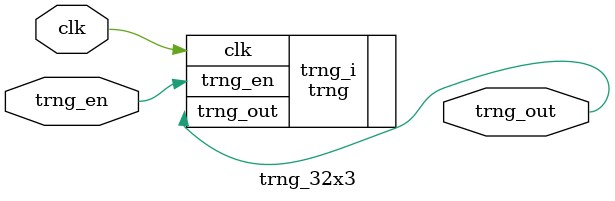
<source format=sv>


`default_nettype none

module trng_32x3 (
    input  clk,     // Sampling clock
    input  trng_en, // Enable all ring oscillators
    output trng_out // Output of the trng
);

    localparam NUM_OSCILLATORS = 32;
    localparam NUM_INVERTER = 3;

    trng #(
        .NUM_INVERTER       (NUM_INVERTER),
        .NUM_OSCILLATORS    (NUM_OSCILLATORS)
    ) trng_i (
        .clk        (clk),
        .trng_en    (trng_en),
        .trng_out   (trng_out)
    );

endmodule

</source>
